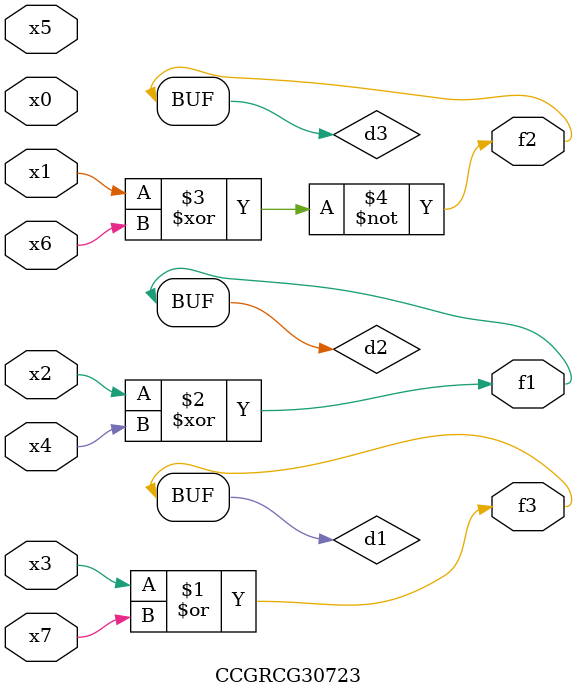
<source format=v>
module CCGRCG30723(
	input x0, x1, x2, x3, x4, x5, x6, x7,
	output f1, f2, f3
);

	wire d1, d2, d3;

	or (d1, x3, x7);
	xor (d2, x2, x4);
	xnor (d3, x1, x6);
	assign f1 = d2;
	assign f2 = d3;
	assign f3 = d1;
endmodule

</source>
